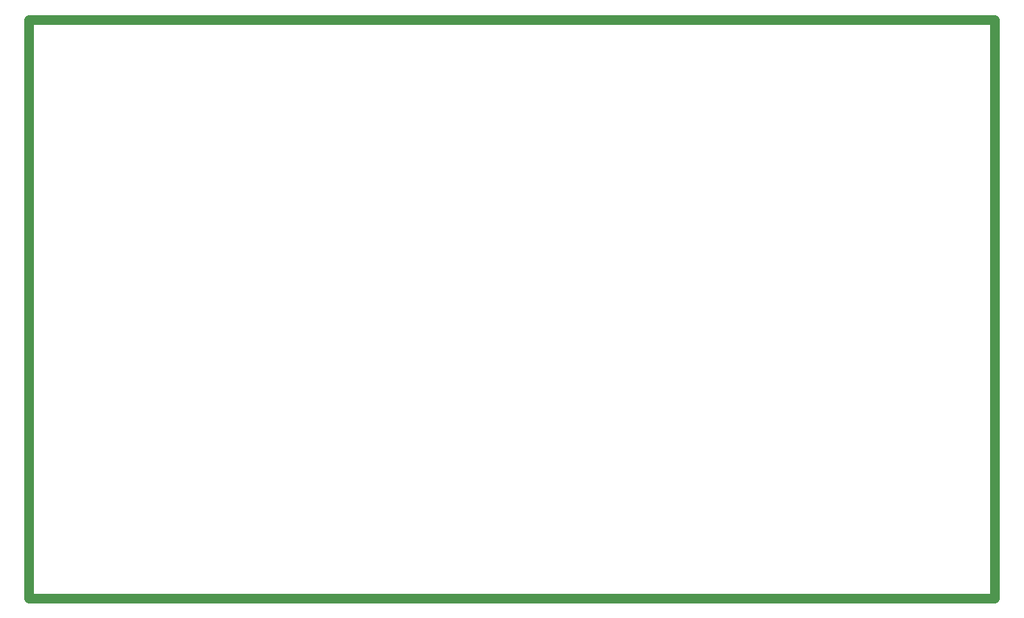
<source format=gko>
G04*
G04 #@! TF.GenerationSoftware,Altium Limited,Altium Designer,18.0.7 (293)*
G04*
G04 Layer_Color=16711935*
%FSLAX25Y25*%
%MOIN*%
G70*
G01*
G75*
%ADD141C,0.04724*%
D141*
X500Y500D02*
Y279500D01*
X465500D01*
Y500D02*
Y279500D01*
X500Y500D02*
X465500D01*
M02*

</source>
